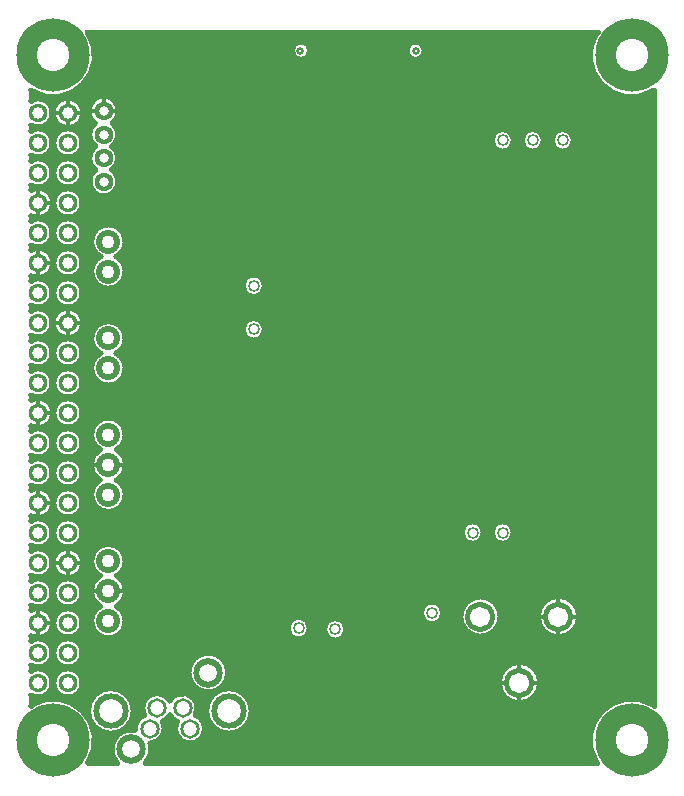
<source format=gbr>
G04 GENERATED BY PULSONIX 11.0 GERBER.DLL 8468*
G04 #@! TF.GenerationSoftware,Pulsonix,Pulsonix,11.0.8468*
G04 #@! TF.CreationDate,2022-02-02T18:24:52+05:00*
G04 #@! TF.Part,Single*
%INCSPAM*%
%LNLAYER 2*%
%FSLAX35Y35*%
%LPD*%
%MOIN*%
G04 #@! TF.FileFunction,Copper,L2,Inr*
G04 #@! TF.FilePolarity,Positive*
G04 #@! TA.AperFunction,OtherCopper,Copper*
%ADD10C,0.01500*%
G04 #@! TA.AperFunction,ViaPad*
%ADD70C,0.02600X0.01000*%
G04 #@! TA.AperFunction,OtherCopper,Copper*
%ADD74C,0.01200*%
G04 #@! TA.AperFunction,ViaPad*
%ADD81C,0.04000X0.02800*%
G04 #@! TA.AperFunction,ComponentPad*
%ADD94C,0.10000X0.06700*%
%ADD133C,0.06299X0.03937*%
%ADD134C,0.24409X0.10827*%
%ADD135C,0.06299X0.03150*%
%ADD136C,0.08000X0.04300*%
%ADD137C,0.06496X0.04724*%
%ADD138C,0.09843X0.05906*%
%ADD139C,0.11811X0.07874*%
G04 #@! TD.AperFunction*
X0Y0D02*
D02*
D10*
X274515Y47663D02*
X424999D01*
G75*
G02*
X444004Y66669I11576J7430D01*
G01*
Y271864D01*
G75*
G02*
X425262Y291263I-7429J11576D01*
G01*
X254975D01*
G75*
G02*
X236232Y271864I-11313J-7823D01*
G01*
Y268289D01*
G75*
G02*
X238661Y268966I2430J-4022D01*
G01*
G75*
G02*
Y259567I0J-4699D01*
G01*
G75*
G02*
X236232Y260243I-1J4698D01*
G01*
Y258289D01*
G75*
G02*
X238661Y258966I2430J-4022D01*
G01*
G75*
G02*
Y249567I0J-4699D01*
G01*
G75*
G02*
X236232Y250243I-1J4698D01*
G01*
Y248289D01*
G75*
G02*
X238661Y248966I2430J-4022D01*
G01*
G75*
G02*
Y239567I0J-4699D01*
G01*
G75*
G02*
X236232Y240243I-1J4698D01*
G01*
Y238521D01*
G75*
G02*
X238661Y239166I2430J-4254D01*
G01*
G75*
G02*
Y229367I0J-4899D01*
G01*
G75*
G02*
X236232Y230011I-1J4898D01*
G01*
Y228289D01*
G75*
G02*
X238661Y228966I2430J-4022D01*
G01*
G75*
G02*
Y219567I0J-4699D01*
G01*
G75*
G02*
X236232Y220243I-1J4698D01*
G01*
Y218521D01*
G75*
G02*
X238661Y219166I2430J-4254D01*
G01*
G75*
G02*
Y209367I0J-4899D01*
G01*
G75*
G02*
X236232Y210011I-1J4898D01*
G01*
Y208289D01*
G75*
G02*
X238661Y208966I2430J-4022D01*
G01*
G75*
G02*
Y199567I0J-4699D01*
G01*
G75*
G02*
X236232Y200243I-1J4698D01*
G01*
Y198289D01*
G75*
G02*
X238661Y198966I2430J-4022D01*
G01*
G75*
G02*
Y189567I0J-4699D01*
G01*
G75*
G02*
X236232Y190243I-1J4698D01*
G01*
Y188289D01*
G75*
G02*
X238661Y188966I2430J-4022D01*
G01*
G75*
G02*
Y179567I0J-4699D01*
G01*
G75*
G02*
X236232Y180243I-1J4698D01*
G01*
Y178289D01*
G75*
G02*
X238661Y178966I2430J-4022D01*
G01*
G75*
G02*
Y169567I0J-4699D01*
G01*
G75*
G02*
X236232Y170243I-1J4698D01*
G01*
Y168521D01*
G75*
G02*
X238661Y169166I2430J-4254D01*
G01*
G75*
G02*
Y159367I0J-4899D01*
G01*
G75*
G02*
X236232Y160011I-1J4898D01*
G01*
Y158289D01*
G75*
G02*
X238661Y158966I2430J-4022D01*
G01*
G75*
G02*
Y149567I0J-4699D01*
G01*
G75*
G02*
X236232Y150243I-1J4698D01*
G01*
Y148289D01*
G75*
G02*
X238661Y148966I2430J-4022D01*
G01*
G75*
G02*
Y139567I0J-4699D01*
G01*
G75*
G02*
X236232Y140243I-1J4698D01*
G01*
Y138521D01*
G75*
G02*
X238661Y139166I2430J-4254D01*
G01*
G75*
G02*
Y129367I0J-4899D01*
G01*
G75*
G02*
X236232Y130011I-1J4898D01*
G01*
Y128289D01*
G75*
G02*
X238661Y128966I2430J-4022D01*
G01*
G75*
G02*
Y119567I0J-4699D01*
G01*
G75*
G02*
X236232Y120243I-1J4698D01*
G01*
Y118289D01*
G75*
G02*
X238661Y118966I2430J-4022D01*
G01*
G75*
G02*
Y109567I0J-4699D01*
G01*
G75*
G02*
X236232Y110243I-1J4698D01*
G01*
Y108289D01*
G75*
G02*
X238661Y108966I2430J-4022D01*
G01*
G75*
G02*
Y99567I0J-4699D01*
G01*
G75*
G02*
X236232Y100243I-1J4698D01*
G01*
Y98521D01*
G75*
G02*
X238661Y99166I2430J-4254D01*
G01*
G75*
G02*
Y89367I0J-4899D01*
G01*
G75*
G02*
X236232Y90011I-1J4898D01*
G01*
Y88289D01*
G75*
G02*
X238661Y88966I2430J-4022D01*
G01*
G75*
G02*
Y79567I0J-4699D01*
G01*
G75*
G02*
X236232Y80243I-1J4698D01*
G01*
Y78289D01*
G75*
G02*
X238661Y78966I2430J-4022D01*
G01*
G75*
G02*
Y69567I0J-4699D01*
G01*
G75*
G02*
X236232Y70243I-1J4698D01*
G01*
Y66669D01*
G75*
G02*
X255237Y47663I7429J-11576D01*
G01*
X265170D01*
G75*
G02*
X271179Y58472I4673J4477D01*
G01*
G75*
G02*
X274251Y63519I4765J558D01*
G01*
G75*
G02*
X278406Y70718I4155J2401D01*
G01*
G75*
G02*
X282638Y68180I0J-4798D01*
G01*
G75*
G02*
X291668Y65920I4232J-2260D01*
G01*
G75*
G02*
X291024Y63519I-4799J0D01*
G01*
G75*
G02*
X289331Y54232I-1693J-4489D01*
G01*
G75*
G02*
X285176Y61431I0J4798D01*
G01*
G75*
G02*
X282638Y63659I1693J4488D01*
G01*
G75*
G02*
X280099Y61431I-4231J2261D01*
G01*
G75*
G02*
X275966Y54232I-4155J-2401D01*
G01*
G75*
G02*
X274515Y47663I-6124J-2092D01*
G01*
X364528Y282164D02*
G75*
G02*
Y287864I0J2850D01*
G01*
G75*
G02*
Y282164I0J-2850D01*
G01*
X326339D02*
G75*
G02*
Y287864I0J2850D01*
G01*
G75*
G02*
Y282164I0J-2850D01*
G01*
X248661Y259367D02*
G75*
G02*
Y269166I0J4900D01*
G01*
G75*
G02*
Y259367I0J-4899D01*
G01*
Y249567D02*
G75*
G02*
Y258966I0J4700D01*
G01*
G75*
G02*
Y249567I0J-4699D01*
G01*
Y239567D02*
G75*
G02*
Y248966I0J4700D01*
G01*
G75*
G02*
Y239567I0J-4699D01*
G01*
Y229567D02*
G75*
G02*
Y238966I0J4700D01*
G01*
G75*
G02*
Y229567I0J-4699D01*
G01*
X257846Y260877D02*
G75*
G02*
X260591Y269835I2745J4059D01*
G01*
G75*
G02*
X263335Y260877I0J-4899D01*
G01*
G75*
G02*
X263157Y253124I-2745J-3816D01*
G01*
G75*
G02*
Y245250I-2566J-3937D01*
G01*
G75*
G02*
X260591Y236614I-2566J-3937D01*
G01*
G75*
G02*
X258024Y245250I0J4699D01*
G01*
G75*
G02*
Y253124I2566J3937D01*
G01*
G75*
G02*
X257846Y260877I2567J3937D01*
G01*
X413583Y251543D02*
G75*
G02*
Y258643I0J3550D01*
G01*
G75*
G02*
Y251543I0J-3550D01*
G01*
X403583D02*
G75*
G02*
Y258643I0J3550D01*
G01*
G75*
G02*
Y251543I0J-3550D01*
G01*
X393583D02*
G75*
G02*
Y258643I0J3550D01*
G01*
G75*
G02*
Y251543I0J-3550D01*
G01*
X248661Y219567D02*
G75*
G02*
Y228966I0J4700D01*
G01*
G75*
G02*
Y219567I0J-4699D01*
G01*
Y209567D02*
G75*
G02*
Y218966I0J4700D01*
G01*
G75*
G02*
Y209567I0J-4699D01*
G01*
Y199567D02*
G75*
G02*
Y208966I0J4700D01*
G01*
G75*
G02*
Y199567I0J-4699D01*
G01*
X310591Y203118D02*
G75*
G02*
Y210218I0J3550D01*
G01*
G75*
G02*
Y203118I0J-3550D01*
G01*
X259757Y216392D02*
G75*
G02*
X262165Y226942I2408J5000D01*
G01*
G75*
G02*
X264574Y216392I0J-5550D01*
G01*
G75*
G02*
X262165Y205842I-2409J-5000D01*
G01*
G75*
G02*
X259757Y216392I0J5550D01*
G01*
X248661Y189367D02*
G75*
G02*
Y199166I0J4900D01*
G01*
G75*
G02*
Y189367I0J-4899D01*
G01*
Y179567D02*
G75*
G02*
Y188966I0J4700D01*
G01*
G75*
G02*
Y179567I0J-4699D01*
G01*
Y169567D02*
G75*
G02*
Y178966I0J4700D01*
G01*
G75*
G02*
Y169567I0J-4699D01*
G01*
X259757Y184109D02*
G75*
G02*
X262165Y194659I2408J5000D01*
G01*
G75*
G02*
X264574Y184109I0J-5550D01*
G01*
G75*
G02*
X262165Y173559I-2409J-5000D01*
G01*
G75*
G02*
X259757Y184109I0J5550D01*
G01*
X310591Y188551D02*
G75*
G02*
Y195651I0J3550D01*
G01*
G75*
G02*
Y188551I0J-3550D01*
G01*
X248661Y159567D02*
G75*
G02*
Y168966I0J4700D01*
G01*
G75*
G02*
Y159567I0J-4699D01*
G01*
Y149567D02*
G75*
G02*
Y158966I0J4700D01*
G01*
G75*
G02*
Y149567I0J-4699D01*
G01*
Y139567D02*
G75*
G02*
Y148966I0J4700D01*
G01*
G75*
G02*
Y139567I0J-4699D01*
G01*
Y129567D02*
G75*
G02*
Y138966I0J4700D01*
G01*
G75*
G02*
Y129567I0J-4699D01*
G01*
X259535Y152096D02*
G75*
G02*
X262165Y162533I2630J4887D01*
G01*
G75*
G02*
X264796Y152096I0J-5550D01*
G01*
G75*
G02*
Y141870I-2631J-5113D01*
G01*
G75*
G02*
X262165Y131433I-2631J-4887D01*
G01*
G75*
G02*
X259535Y141870I0J5550D01*
G01*
G75*
G02*
Y152096I2631J5113D01*
G01*
X248661Y119567D02*
G75*
G02*
Y128966I0J4700D01*
G01*
G75*
G02*
Y119567I0J-4699D01*
G01*
X393583Y120834D02*
G75*
G02*
Y127934I0J3550D01*
G01*
G75*
G02*
Y120834I0J-3550D01*
G01*
X383583D02*
G75*
G02*
Y127934I0J3550D01*
G01*
G75*
G02*
Y120834I0J-3550D01*
G01*
X248661Y109367D02*
G75*
G02*
Y119166I0J4900D01*
G01*
G75*
G02*
Y109367I0J-4899D01*
G01*
Y99567D02*
G75*
G02*
Y108966I0J4700D01*
G01*
G75*
G02*
Y99567I0J-4699D01*
G01*
Y89567D02*
G75*
G02*
Y98966I0J4700D01*
G01*
G75*
G02*
Y89567I0J-4699D01*
G01*
X259535Y109970D02*
G75*
G02*
X262165Y120407I2630J4887D01*
G01*
G75*
G02*
X264796Y109970I0J-5550D01*
G01*
G75*
G02*
Y99744I-2631J-5113D01*
G01*
G75*
G02*
X262165Y89307I-2631J-4887D01*
G01*
G75*
G02*
X259535Y99744I0J5550D01*
G01*
G75*
G02*
Y109970I2631J5113D01*
G01*
X248661Y79567D02*
G75*
G02*
Y88966I0J4700D01*
G01*
G75*
G02*
Y79567I0J-4699D01*
G01*
X337756Y88549D02*
G75*
G02*
Y95649I0J3550D01*
G01*
G75*
G02*
Y88549I0J-3550D01*
G01*
X405423Y96384D02*
G75*
G02*
X412173Y103134I6750J0D01*
G01*
G75*
G02*
X418923Y96384I0J-6750D01*
G01*
G75*
G02*
X412173Y89634I-6750J0D01*
G01*
G75*
G02*
X405423Y96384I0J6750D01*
G01*
X386173Y102934D02*
G75*
G02*
X392723Y96384I0J-6550D01*
G01*
G75*
G02*
X386173Y89834I-6550J0D01*
G01*
G75*
G02*
X379623Y96384I0J6550D01*
G01*
G75*
G02*
X386173Y102934I6550J0D01*
G01*
X370041Y94063D02*
G75*
G02*
Y101163I0J3550D01*
G01*
G75*
G02*
Y94063I0J-3550D01*
G01*
X325551Y88945D02*
G75*
G02*
Y96045I0J3550D01*
G01*
G75*
G02*
Y88945I0J-3550D01*
G01*
X248661Y69567D02*
G75*
G02*
Y78966I0J4700D01*
G01*
G75*
G02*
Y69567I0J-4699D01*
G01*
X255497Y64936D02*
G75*
G02*
X262953Y72391I7456J0D01*
G01*
G75*
G02*
X270408Y64936I0J-7455D01*
G01*
G75*
G02*
X262953Y57480I-7455J0D01*
G01*
G75*
G02*
X255497Y64936I0J7456D01*
G01*
X288962Y77731D02*
G75*
G02*
X295433Y84202I6471J0D01*
G01*
G75*
G02*
X301904Y77731I0J-6471D01*
G01*
G75*
G02*
X295433Y71260I-6471J0D01*
G01*
G75*
G02*
X288962Y77731I0J6471D01*
G01*
X294867Y64936D02*
G75*
G02*
X302323Y72391I7456J0D01*
G01*
G75*
G02*
X309778Y64936I0J-7455D01*
G01*
G75*
G02*
X302323Y57480I-7455J0D01*
G01*
G75*
G02*
X294867Y64936I0J7456D01*
G01*
X392423Y74384D02*
G75*
G02*
X399173Y81134I6750J0D01*
G01*
G75*
G02*
X405923Y74384I0J-6750D01*
G01*
G75*
G02*
X399173Y67634I-6750J0D01*
G01*
G75*
G02*
X392423Y74384I0J6750D01*
G01*
X413583Y47663D02*
G36*
X413583Y47663D02*
X424999D01*
G75*
G02*
X436575Y68848I11576J7430D01*
G01*
G75*
G02*
X444004Y66669I0J-13754D01*
G01*
Y271864D01*
G75*
G02*
X436575Y269685I-7429J11575D01*
G01*
G75*
G02*
X425262Y291263I0J13755D01*
G01*
X413583D01*
Y258643D01*
G75*
G02*
Y251543I0J-3550D01*
G01*
Y102986D01*
G75*
G02*
X418923Y96384I-1410J-6601D01*
G01*
G75*
G02*
X413583Y89783I-6750J0D01*
G01*
Y47663D01*
G37*
X403583D02*
G36*
X403583Y47663D02*
X413583D01*
Y89783D01*
G75*
G02*
X412173Y89634I-1411J6604D01*
G01*
G75*
G02*
X405423Y96384I0J6750D01*
G01*
G75*
G02*
X412173Y103134I6750J0D01*
G01*
G75*
G02*
X413583Y102986I4J-6752D01*
G01*
Y251543D01*
G75*
G02*
Y258643I0J3550D01*
G01*
Y291263D01*
X403583D01*
Y258643D01*
G75*
G02*
Y251543I0J-3550D01*
G01*
Y79495D01*
G75*
G02*
X405923Y74384I-4410J-5110D01*
G01*
G75*
G02*
X403583Y69274I-6749J0D01*
G01*
Y47663D01*
G37*
X393583D02*
G36*
X393583Y47663D02*
X403583D01*
Y69274D01*
G75*
G02*
X399173Y67634I-4411J5111D01*
G01*
G75*
G02*
X393583Y70602I1J6750D01*
G01*
Y47663D01*
G37*
X399173Y81134D02*
G36*
X399173Y81134D02*
G75*
G02*
X403583Y79495I1J-6751D01*
G01*
Y251543D01*
G75*
G02*
Y258643I0J3550D01*
G01*
Y291263D01*
X393583D01*
Y258643D01*
G75*
G02*
Y251543I0J-3550D01*
G01*
Y127934D01*
G75*
G02*
Y120834I0J-3550D01*
G01*
Y78167D01*
G75*
G02*
X399173Y81134I5590J-3782D01*
G01*
G37*
X383583Y47663D02*
G36*
X383583Y47663D02*
X393583D01*
Y70602D01*
G75*
G02*
X392423Y74384I5589J3783D01*
G01*
G75*
G02*
X393583Y78167I6751J-1D01*
G01*
Y120834D01*
G75*
G02*
Y127934I0J3550D01*
G01*
Y251543D01*
G75*
G02*
Y258643I0J3550D01*
G01*
Y291263D01*
X383583D01*
Y127934D01*
G75*
G02*
Y120834I0J-3550D01*
G01*
Y102400D01*
G75*
G02*
X386173Y102934I2590J-6015D01*
G01*
G75*
G02*
X392723Y96384I0J-6550D01*
G01*
G75*
G02*
X386173Y89834I-6550J0D01*
G01*
G75*
G02*
X383583Y90368I0J6549D01*
G01*
Y47663D01*
G37*
X370041D02*
G36*
X370041Y47663D02*
X383583D01*
Y90368D01*
G75*
G02*
X379623Y96384I2590J6016D01*
G01*
G75*
G02*
X383583Y102400I6550J0D01*
G01*
Y120834D01*
G75*
G02*
Y127934I0J3550D01*
G01*
Y291263D01*
X370041D01*
Y101163D01*
G75*
G02*
Y94063I0J-3550D01*
G01*
Y47663D01*
G37*
X364528D02*
G36*
X364528Y47663D02*
X370041D01*
Y94063D01*
G75*
G02*
Y101163I0J3550D01*
G01*
Y291263D01*
X364528D01*
Y287864D01*
G75*
G02*
Y282164I0J-2850D01*
G01*
Y47663D01*
G37*
X337756D02*
G36*
X337756Y47663D02*
X364528D01*
Y282164D01*
G75*
G02*
Y287864I0J2850D01*
G01*
Y291263D01*
X337756D01*
Y95649D01*
G75*
G02*
Y88549I0J-3550D01*
G01*
Y47663D01*
G37*
X326339D02*
G36*
X326339Y47663D02*
X337756D01*
Y88549D01*
G75*
G02*
Y95649I0J3550D01*
G01*
Y291263D01*
X326339D01*
Y287864D01*
G75*
G02*
Y282164I0J-2850D01*
G01*
Y95956D01*
G75*
G02*
Y89033I-787J-3461D01*
G01*
Y47663D01*
G37*
X310591D02*
G36*
X310591Y47663D02*
X326339D01*
Y89033D01*
G75*
G02*
X325551Y88945I-786J3464D01*
G01*
G75*
G02*
Y96045I0J3550D01*
G01*
G75*
G02*
X326339Y95956I-2J-3553D01*
G01*
Y282164D01*
G75*
G02*
Y287864I0J2850D01*
G01*
Y291263D01*
X310591D01*
Y210218D01*
G75*
G02*
Y203118I0J-3550D01*
G01*
Y195651D01*
G75*
G02*
Y188551I0J-3550D01*
G01*
Y47663D01*
G37*
X295433D02*
G36*
X295433Y47663D02*
X310591D01*
Y188551D01*
G75*
G02*
Y195651I0J3550D01*
G01*
Y203118D01*
G75*
G02*
Y210218I0J3550D01*
G01*
Y291263D01*
X295433D01*
Y84202D01*
G75*
G02*
X301904Y77731I0J-6471D01*
G01*
G75*
G02*
X295433Y71260I-6471J0D01*
G01*
Y67784D01*
G75*
G02*
X302323Y72391I6890J-2849D01*
G01*
G75*
G02*
X309778Y64936I0J-7455D01*
G01*
G75*
G02*
X302323Y57480I-7455J0D01*
G01*
G75*
G02*
X295433Y62087I0J7456D01*
G01*
Y47663D01*
G37*
X274515D02*
G36*
X274515Y47663D02*
X295433D01*
Y62087D01*
G75*
G02*
X294867Y64936I6890J2850D01*
G01*
G75*
G02*
X295433Y67784I7454J-1D01*
G01*
Y71260D01*
G75*
G02*
X288962Y77731I0J6471D01*
G01*
G75*
G02*
X295433Y84202I6471J0D01*
G01*
Y291263D01*
X260591D01*
Y269835D01*
G75*
G02*
X263335Y260877I0J-4899D01*
G01*
G75*
G02*
X263157Y253124I-2745J-3816D01*
G01*
G75*
G02*
Y245250I-2566J-3937D01*
G01*
G75*
G02*
X260591Y236614I-2566J-3937D01*
G01*
Y226714D01*
G75*
G02*
X262165Y226942I1574J-5319D01*
G01*
G75*
G02*
X264574Y216392I0J-5550D01*
G01*
G75*
G02*
X262165Y205842I-2409J-5000D01*
G01*
G75*
G02*
X260591Y206070I0J5547D01*
G01*
Y194431D01*
G75*
G02*
X262165Y194659I1574J-5319D01*
G01*
G75*
G02*
X264574Y184109I0J-5550D01*
G01*
G75*
G02*
X262165Y173559I-2409J-5000D01*
G01*
G75*
G02*
X260591Y173787I0J5547D01*
G01*
Y162305D01*
G75*
G02*
X262165Y162533I1574J-5319D01*
G01*
G75*
G02*
X264796Y152096I0J-5550D01*
G01*
G75*
G02*
Y141870I-2631J-5113D01*
G01*
G75*
G02*
X262165Y131433I-2631J-4887D01*
G01*
G75*
G02*
X260591Y131661I0J5547D01*
G01*
Y120179D01*
G75*
G02*
X262165Y120407I1574J-5319D01*
G01*
G75*
G02*
X264796Y109970I0J-5550D01*
G01*
G75*
G02*
Y99744I-2631J-5113D01*
G01*
G75*
G02*
X262165Y89307I-2631J-4887D01*
G01*
G75*
G02*
X260591Y89535I0J5547D01*
G01*
Y72007D01*
G75*
G02*
X262953Y72391I2362J-7071D01*
G01*
G75*
G02*
X270408Y64936I0J-7455D01*
G01*
G75*
G02*
X262953Y57480I-7455J0D01*
G01*
G75*
G02*
X260591Y57864I0J7455D01*
G01*
Y47663D01*
X265170D01*
G75*
G02*
X269843Y58611I4673J4477D01*
G01*
G75*
G02*
X271179Y58472I2J-6467D01*
G01*
G75*
G02*
X274251Y63519I4765J558D01*
G01*
G75*
G02*
X278406Y70718I4155J2401D01*
G01*
G75*
G02*
X282638Y68180I0J-4798D01*
G01*
G75*
G02*
X286870Y70718I4232J-2260D01*
G01*
G75*
G02*
X291668Y65920I0J-4798D01*
G01*
G75*
G02*
X291024Y63519I-4799J0D01*
G01*
G75*
G02*
X289331Y54232I-1693J-4489D01*
G01*
G75*
G02*
X285176Y61431I0J4798D01*
G01*
G75*
G02*
X282638Y63659I1693J4488D01*
G01*
G75*
G02*
X280099Y61431I-4231J2261D01*
G01*
G75*
G02*
X275966Y54232I-4155J-2401D01*
G01*
G75*
G02*
X274515Y47663I-6124J-2092D01*
G01*
G37*
X255237D02*
G36*
X255237Y47663D02*
X260591D01*
Y57864D01*
G75*
G02*
X255497Y64936I2362J7072D01*
G01*
G75*
G02*
X260591Y72007I7456J-1D01*
G01*
Y89535D01*
G75*
G02*
X259535Y99744I1575J5322D01*
G01*
G75*
G02*
Y109970I2631J5113D01*
G01*
G75*
G02*
X260591Y120179I2631J4887D01*
G01*
Y131661D01*
G75*
G02*
X259535Y141870I1575J5322D01*
G01*
G75*
G02*
Y152096I2631J5113D01*
G01*
G75*
G02*
X260591Y162305I2631J4887D01*
G01*
Y173787D01*
G75*
G02*
X259757Y184109I1575J5322D01*
G01*
G75*
G02*
X260591Y194431I2409J5000D01*
G01*
Y206070D01*
G75*
G02*
X259757Y216392I1575J5322D01*
G01*
G75*
G02*
X260591Y226714I2409J5000D01*
G01*
Y236614D01*
G75*
G02*
X258024Y245250I0J4699D01*
G01*
G75*
G02*
Y253124I2566J3937D01*
G01*
G75*
G02*
X257846Y260877I2567J3937D01*
G01*
G75*
G02*
X260591Y269835I2745J4059D01*
G01*
Y291263D01*
X254975D01*
G75*
G02*
X248661Y270626I-11314J-7823D01*
G01*
Y269166D01*
G75*
G02*
Y259367I0J-4899D01*
G01*
Y258966D01*
G75*
G02*
Y249567I0J-4699D01*
G01*
Y248966D01*
G75*
G02*
Y239567I0J-4699D01*
G01*
Y238966D01*
G75*
G02*
Y229567I0J-4699D01*
G01*
Y228966D01*
G75*
G02*
Y219567I0J-4699D01*
G01*
Y218966D01*
G75*
G02*
Y209567I0J-4699D01*
G01*
Y208966D01*
G75*
G02*
Y199567I0J-4699D01*
G01*
Y199166D01*
G75*
G02*
Y189367I0J-4899D01*
G01*
Y188966D01*
G75*
G02*
Y179567I0J-4699D01*
G01*
Y178966D01*
G75*
G02*
Y169567I0J-4699D01*
G01*
Y168966D01*
G75*
G02*
Y159567I0J-4699D01*
G01*
Y158966D01*
G75*
G02*
Y149567I0J-4699D01*
G01*
Y148966D01*
G75*
G02*
Y139567I0J-4699D01*
G01*
Y138966D01*
G75*
G02*
Y129567I0J-4699D01*
G01*
Y128966D01*
G75*
G02*
Y119567I0J-4699D01*
G01*
Y119166D01*
G75*
G02*
Y109367I0J-4899D01*
G01*
Y108966D01*
G75*
G02*
Y99567I0J-4699D01*
G01*
Y98966D01*
G75*
G02*
Y89567I0J-4699D01*
G01*
Y88966D01*
G75*
G02*
Y79567I0J-4699D01*
G01*
Y78966D01*
G75*
G02*
Y69567I0J-4699D01*
G01*
Y67907D01*
G75*
G02*
X255237Y47663I-5000J-12814D01*
G01*
G37*
X243661Y68848D02*
G36*
X243661Y68848D02*
G75*
G02*
X248661Y67907I0J-13755D01*
G01*
Y69567D01*
G75*
G02*
Y78966I0J4700D01*
G01*
Y79567D01*
G75*
G02*
Y88966I0J4700D01*
G01*
Y89567D01*
G75*
G02*
Y98966I0J4700D01*
G01*
Y99567D01*
G75*
G02*
Y108966I0J4700D01*
G01*
Y109367D01*
G75*
G02*
Y119166I0J4900D01*
G01*
Y119567D01*
G75*
G02*
Y128966I0J4700D01*
G01*
Y129567D01*
G75*
G02*
Y138966I0J4700D01*
G01*
Y139567D01*
G75*
G02*
Y148966I0J4700D01*
G01*
Y149567D01*
G75*
G02*
Y158966I0J4700D01*
G01*
Y159567D01*
G75*
G02*
Y168966I0J4700D01*
G01*
Y169567D01*
G75*
G02*
Y178966I0J4700D01*
G01*
Y179567D01*
G75*
G02*
Y188966I0J4700D01*
G01*
Y189367D01*
G75*
G02*
Y199166I0J4900D01*
G01*
Y199567D01*
G75*
G02*
Y208966I0J4700D01*
G01*
Y209567D01*
G75*
G02*
Y218966I0J4700D01*
G01*
Y219567D01*
G75*
G02*
Y228966I0J4700D01*
G01*
Y229567D01*
G75*
G02*
Y238966I0J4700D01*
G01*
Y239567D01*
G75*
G02*
Y248966I0J4700D01*
G01*
Y249567D01*
G75*
G02*
Y258966I0J4700D01*
G01*
Y259367D01*
G75*
G02*
Y269166I0J4900D01*
G01*
Y270626D01*
G75*
G02*
X243661Y269685I-5000J12814D01*
G01*
G75*
G02*
X236232Y271864I0J13754D01*
G01*
Y268289D01*
G75*
G02*
X238661Y268966I2430J-4022D01*
G01*
X238661D01*
G75*
G02*
Y259567I0J-4699D01*
G01*
X238661D01*
G75*
G02*
X236232Y260243I-1J4698D01*
G01*
Y258289D01*
G75*
G02*
X238661Y258966I2430J-4022D01*
G01*
X238661D01*
G75*
G02*
Y249567I0J-4699D01*
G01*
X238661D01*
G75*
G02*
X236232Y250243I-1J4698D01*
G01*
Y248289D01*
G75*
G02*
X238661Y248966I2430J-4022D01*
G01*
X238661D01*
G75*
G02*
Y239567I0J-4699D01*
G01*
X238661D01*
G75*
G02*
X236232Y240243I-1J4698D01*
G01*
Y238521D01*
G75*
G02*
X238661Y239166I2430J-4254D01*
G01*
X238661D01*
G75*
G02*
Y229367I0J-4899D01*
G01*
X238661D01*
G75*
G02*
X236232Y230011I-1J4898D01*
G01*
Y228289D01*
G75*
G02*
X238661Y228966I2430J-4022D01*
G01*
X238661D01*
G75*
G02*
Y219567I0J-4699D01*
G01*
X238661D01*
G75*
G02*
X236232Y220243I-1J4698D01*
G01*
Y218521D01*
G75*
G02*
X238661Y219166I2430J-4254D01*
G01*
X238661D01*
G75*
G02*
Y209367I0J-4899D01*
G01*
X238661D01*
G75*
G02*
X236232Y210011I-1J4898D01*
G01*
Y208289D01*
G75*
G02*
X238661Y208966I2430J-4022D01*
G01*
X238661D01*
G75*
G02*
Y199567I0J-4699D01*
G01*
X238661D01*
G75*
G02*
X236232Y200243I-1J4698D01*
G01*
Y198289D01*
G75*
G02*
X238661Y198966I2430J-4022D01*
G01*
X238661D01*
G75*
G02*
Y189567I0J-4699D01*
G01*
X238661D01*
G75*
G02*
X236232Y190243I-1J4698D01*
G01*
Y188289D01*
G75*
G02*
X238661Y188966I2430J-4022D01*
G01*
X238661D01*
G75*
G02*
Y179567I0J-4699D01*
G01*
X238661D01*
G75*
G02*
X236232Y180243I-1J4698D01*
G01*
Y178289D01*
G75*
G02*
X238661Y178966I2430J-4022D01*
G01*
X238661D01*
G75*
G02*
Y169567I0J-4699D01*
G01*
X238661D01*
G75*
G02*
X236232Y170243I-1J4698D01*
G01*
Y168521D01*
G75*
G02*
X238661Y169166I2430J-4254D01*
G01*
X238661D01*
G75*
G02*
Y159367I0J-4899D01*
G01*
X238661D01*
G75*
G02*
X236232Y160011I-1J4898D01*
G01*
Y158289D01*
G75*
G02*
X238661Y158966I2430J-4022D01*
G01*
X238661D01*
G75*
G02*
Y149567I0J-4699D01*
G01*
X238661D01*
G75*
G02*
X236232Y150243I-1J4698D01*
G01*
Y148289D01*
G75*
G02*
X238661Y148966I2430J-4022D01*
G01*
X238661D01*
G75*
G02*
Y139567I0J-4699D01*
G01*
X238661D01*
G75*
G02*
X236232Y140243I-1J4698D01*
G01*
Y138521D01*
G75*
G02*
X238661Y139166I2430J-4254D01*
G01*
X238661D01*
G75*
G02*
Y129367I0J-4899D01*
G01*
X238661D01*
G75*
G02*
X236232Y130011I-1J4898D01*
G01*
Y128289D01*
G75*
G02*
X238661Y128966I2430J-4022D01*
G01*
X238661D01*
G75*
G02*
Y119567I0J-4699D01*
G01*
X238661D01*
G75*
G02*
X236232Y120243I-1J4698D01*
G01*
Y118289D01*
G75*
G02*
X238661Y118966I2430J-4022D01*
G01*
X238661D01*
G75*
G02*
Y109567I0J-4699D01*
G01*
X238661D01*
G75*
G02*
X236232Y110243I-1J4698D01*
G01*
Y108289D01*
G75*
G02*
X238661Y108966I2430J-4022D01*
G01*
X238661D01*
G75*
G02*
Y99567I0J-4699D01*
G01*
X238661D01*
G75*
G02*
X236232Y100243I-1J4698D01*
G01*
Y98521D01*
G75*
G02*
X238661Y99166I2430J-4254D01*
G01*
X238661D01*
G75*
G02*
Y89367I0J-4899D01*
G01*
X238661D01*
G75*
G02*
X236232Y90011I-1J4898D01*
G01*
Y88289D01*
G75*
G02*
X238661Y88966I2430J-4022D01*
G01*
X238661D01*
G75*
G02*
Y79567I0J-4699D01*
G01*
X238661D01*
G75*
G02*
X236232Y80243I-1J4698D01*
G01*
Y78289D01*
G75*
G02*
X238661Y78966I2430J-4022D01*
G01*
X238661D01*
G75*
G02*
Y69567I0J-4699D01*
G01*
X238661D01*
G75*
G02*
X236232Y70243I-1J4698D01*
G01*
Y66669D01*
G75*
G02*
X243661Y68848I7429J-11575D01*
G01*
G37*
D02*
D70*
X357047Y88951D03*
X318859Y266904D03*
X261771Y280290D03*
X364528Y285014D03*
X325945D03*
D02*
D74*
X399173Y69420D02*
Y67634D01*
X404137Y74384D02*
X405923D01*
X394209D02*
X392423D01*
X399173Y79348D02*
Y81134D01*
X238661Y91174D02*
Y89367D01*
X412173Y91420D02*
Y89634D01*
X241753Y94266D02*
X243561D01*
X417137Y96384D02*
X418923D01*
X407209D02*
X405423D01*
X238661Y97358D02*
Y99166D01*
X412173Y101348D02*
Y103134D01*
X266120Y104857D02*
X267915D01*
X258211D02*
X256415D01*
X248661Y111174D02*
Y109367D01*
X251753Y114266D02*
X253561D01*
X245569D02*
X243762D01*
X248661Y117358D02*
Y119166D01*
X238661Y131174D02*
Y129367D01*
X241753Y134266D02*
X243561D01*
X238661Y137358D02*
Y139166D01*
X266120Y146983D02*
X267915D01*
X258211D02*
X256415D01*
X238661Y161174D02*
Y159367D01*
X241753Y164266D02*
X243561D01*
X238661Y167358D02*
Y169166D01*
X248661Y191174D02*
Y189367D01*
X251753Y194266D02*
X253561D01*
X245569D02*
X243762D01*
X248661Y197358D02*
Y199166D01*
X238661Y211174D02*
Y209367D01*
X241753Y214266D02*
X243561D01*
X238661Y217358D02*
Y219166D01*
Y231174D02*
Y229367D01*
X241753Y234266D02*
X243561D01*
X238661Y237358D02*
Y239166D01*
X248661Y261174D02*
Y259367D01*
X251753Y264266D02*
X253561D01*
X245569D02*
X243762D01*
X263682Y264936D02*
X265490D01*
X257499D02*
X255691D01*
X248661Y267358D02*
Y269166D01*
X260591Y268027D02*
Y269835D01*
D02*
D81*
X373976Y88951D03*
X337756Y92099D03*
X325551Y92495D03*
X370041Y97613D03*
X306654Y119660D03*
X353583Y123991D03*
X413583Y124384D03*
X403583D03*
X393583D03*
X383583D03*
X432638Y135014D03*
X310591Y192101D03*
Y206668D03*
X413583Y255093D03*
X403583D03*
X393583D03*
X383583D03*
X373583D03*
X314055D03*
X288543Y278715D03*
D02*
D94*
X399173Y74384D03*
X412173Y96384D03*
X386173D03*
D02*
D133*
X248661Y74266D03*
X238661D03*
X248661Y84266D03*
X238661D03*
X248661Y94266D03*
X238661D03*
X248661Y104266D03*
X238661D03*
X248661Y114266D03*
X238661D03*
X248661Y124266D03*
X238661D03*
X248661Y134266D03*
X238661D03*
X248661Y144266D03*
X238661D03*
X248661Y154266D03*
X238661D03*
X248661Y164266D03*
X238661D03*
X248661Y174266D03*
X238661D03*
X248661Y184266D03*
X238661D03*
X248661Y194266D03*
X238661D03*
X248661Y204266D03*
X238661D03*
X248661Y214266D03*
X238661D03*
X248661Y224266D03*
X238661D03*
X248661Y234266D03*
X238661D03*
X248661Y244266D03*
X238661D03*
X248661Y254266D03*
X238661D03*
X248661Y264266D03*
X238661D03*
D02*
D134*
X436575Y55093D03*
X243661D03*
X436575Y283439D03*
X243661D03*
D02*
D135*
X260591Y241313D03*
Y249187D03*
Y257061D03*
Y264936D03*
D02*
D136*
X262165Y94857D03*
Y104857D03*
Y114857D03*
Y136983D03*
Y146983D03*
Y156983D03*
Y179109D03*
Y189109D03*
Y211392D03*
Y221392D03*
D02*
D137*
X289331Y59030D03*
X275945D03*
X286870Y65920D03*
X278406D03*
D02*
D138*
X269843Y52140D03*
X295433Y77731D03*
D02*
D139*
X302323Y64936D03*
X262953D03*
X0Y0D02*
M02*

</source>
